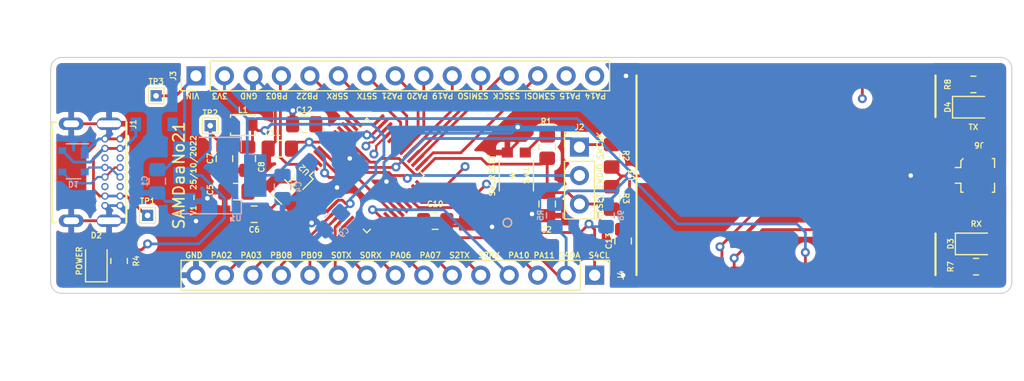
<source format=kicad_pcb>
(kicad_pcb (version 20211014) (generator pcbnew)
  (title_block (title "flexible LoRaWAN Sensor Board ATSAMD21") (date "2022-10-25") (rev "1.0") (company "AP-Hogeschool") (comment 1 "Bavo, Birk, Daan"))
  (layers (0 "F.Cu" signal) (1 "In1.Cu" power "GND") (2 "In2.Cu" power "VDDIN") (31 "B.Cu" signal) (34 "B.Paste" user) (35 "F.Paste" user) (36 "B.SilkS" user "B.Silkscreen") (37 "F.SilkS" user "F.Silkscreen") (38 "B.Mask" user) (39 "F.Mask" user) (44 "Edge.Cuts" user))
  (net 0 "")
  (net 1 "VIN")
  (net 2 "GND")
  (net 3 "RESET")
  (net 4 "VDDIN")
  (net 5 "XIN32")
  (net 6 "XOUT32")
  (net 7 "VDDANA")
  (net 8 "VDDCORE")
  (net 9 "VBUS")
  (net 10 "USB-")
  (net 11 "USB+")
  (net 12 "SWCLK")
  (net 13 "SWDIO")
  (net 14 "PA20")
  (net 15 "PA19")
  (net 16 "PA15")
  (net 17 "PA14")
  (net 18 "PA11")
  (net 19 "PA07")
  (net 20 "PA06")
  (net 21 "PA03")
  (net 22 "PA02")
  (net 23 "PB03")
  (net 24 "PA21")
  (net 25 "PB08")
  (net 26 "PB09")
  (net 27 "SERCOM3_SCK")
  (net 28 "SERCOM3_MOSI")
  (net 29 "SERCOM3_MISO")
  (net 30 "SERCOM4_PAD1_SCL")
  (net 31 "SERCOM4_PAD0_SDA")
  (net 32 "SERCOM5_PAD1_RX")
  (net 33 "SERCOM5_PAD0_TX")
  (net 34 "SERCOM2_PAD2_RX")
  (net 35 "SERCOM2_PAD1_TX")
  (net 36 "SERCOM0_PAD1_RX")
  (net 37 "SERCOM0_PAD0_TX")
  (net 38 "Net-(R1-Pad1)")
  (net 49 "PB22")
  (net 53 "RN2483_RESET")
  (net 54 "868MHz")
  (net 83 "Net-(D2-Pad2)")
  (net 84 "Net-(D3-Pad2)")
  (net 85 "Net-(D4-Pad2)")
  (footprint "Capacitor_SMD:C_0805_2012Metric_Pad1.18x1.45mm_HandSolder" (layer "F.Cu") (at 103.997574 76.339145)
    (fp_text reference "C11")
    (fp_text value "100nF")
  )
  (footprint "Connector_Coaxial:U.FL_Molex_MCRF_73412-0110_Vertical" (layer "F.Cu") (at 166.249311 78.725 -90)
    (fp_text reference "J6")
    (fp_text value "Conn_Coaxial")
  )
  (footprint "KMR7_CNK:KMR7_CNK" (layer "F.Cu") (at 125.095 78.74 90)
    (fp_text reference "SW1")
    (fp_text value "SW_RESET")
  )
  (footprint "Connector_PinHeader_2.54mm:PinHeader_1x15_P2.54mm_Vertical" (layer "F.Cu") (at 132.08 87.63 -90)
    (fp_text reference "J4")
    (fp_text value "Conn_01x15_Male")
  )
  (footprint "LED_SMD:LED_0805_2012Metric_Pad1.15x1.40mm_HandSolder" (layer "F.Cu") (at 165.862 72.644)
    (fp_text reference "D4")
    (fp_text value "LED")
  )
  (footprint "Resistor_SMD:R_0805_2012Metric_Pad1.20x1.40mm_HandSolder" (layer "F.Cu") (at 133.599141 80.736329 -90)
    (fp_text reference "R3")
    (fp_text value "10k")
  )
  (footprint "Capacitor_SMD:C_0805_2012Metric_Pad1.18x1.45mm_HandSolder" (layer "F.Cu") (at 127.8478 81.28 90)
    (fp_text reference "C2")
    (fp_text value "100nF")
  )
  (footprint "RN2483:RN2483" (layer "F.Cu") (at 149.148 78.715 -90)
    (fp_text reference "U3")
    (fp_text value "RN2483" hide)
  )
  (footprint "Resistor_SMD:R_0805_2012Metric_Pad1.20x1.40mm_HandSolder" (layer "F.Cu") (at 127.8478 76.2 -90)
    (fp_text reference "R1")
    (fp_text value "330")
  )
  (footprint "Resistor_SMD:R_0805_2012Metric_Pad1.20x1.40mm_HandSolder" (layer "F.Cu") (at 133.597705 76.979754 90)
    (fp_text reference "R2")
    (fp_text value "1k")
  )
  (footprint "TestPoint:TestPoint_THTPad_1.0x1.0mm_Drill0.5mm" (layer "F.Cu") (at 92.202 82.296 90)
    (fp_text reference "TP1")
    (fp_text value "VBUS")
  )
  (footprint "Inductor_SMD:L_Murata_LQH2MCNxxxx02_2.0x1.6mm" (layer "F.Cu") (at 100.710509 74.251432)
    (fp_text reference "L1")
    (fp_text value "10µH")
  )
  (footprint "Connector_PinHeader_2.54mm:PinHeader_1x15_P2.54mm_Vertical" (layer "F.Cu") (at 96.52 69.85 90)
    (fp_text reference "J3")
    (fp_text value "Conn_01x15_Male")
  )
  (footprint "TestPoint:TestPoint_THTPad_1.0x1.0mm_Drill0.5mm" (layer "F.Cu") (at 92.964 71.628)
    (fp_text reference "TP3")
    (fp_text value "VIN")
  )
  (footprint "Capacitor_SMD:C_0805_2012Metric_Pad1.18x1.45mm_HandSolder" (layer "F.Cu") (at 101.092 77.2375 90)
    (fp_text reference "C8")
    (fp_text value "10µF")
  )
  (footprint "Capacitor_SMD:C_0805_2012Metric_Pad1.18x1.45mm_HandSolder" (layer "F.Cu") (at 99.06 77.2375 90)
    (fp_text reference "C7")
    (fp_text value "10µF")
  )
  (footprint "LED_SMD:LED_0805_2012Metric_Pad1.15x1.40mm_HandSolder" (layer "F.Cu") (at 87.63 86.36 90)
    (fp_text reference "D2")
    (fp_text value "LED")
  )
  (footprint "Capacitor_SMD:C_0805_2012Metric_Pad1.18x1.45mm_HandSolder" (layer "F.Cu") (at 117.856 82.804)
    (fp_text reference "C10")
    (fp_text value "100nF")
  )
  (footprint "TestPoint:TestPoint_THTPad_1.0x1.0mm_Drill0.5mm" (layer "F.Cu") (at 97.79 74.295)
    (fp_text reference "TP2")
    (fp_text value "VDD")
  )
  (footprint "Package_QFP:TQFP-48_7x7mm_P0.5mm" (layer "F.Cu") (at 111.76 78.74 45)
    (fp_text reference "U2")
    (fp_text value "ATSAMD21G18A-A")
  )
  (footprint "Capacitor_SMD:C_0805_2012Metric_Pad1.18x1.45mm_HandSolder" (layer "F.Cu") (at 101.715064 82.190734 180)
    (fp_text reference "C6")
    (fp_text value "18pF")
  )
  (footprint "Capacitor_SMD:C_0805_2012Metric_Pad1.18x1.45mm_HandSolder" (layer "F.Cu") (at 106.172 74.168 180)
    (fp_text reference "C12")
    (fp_text value "1µF")
  )
  (footprint "Connector_PinHeader_2.54mm:PinHeader_1x03_P2.54mm_Vertical" (layer "F.Cu") (at 130.725015 76.2)
    (fp_text reference "J2")
    (fp_text value "DEBUG")
  )
  (footprint "Crystal:Crystal_SMD_3215-2Pin_3.2x1.5mm" (layer "F.Cu") (at 104.297294 80.204547 -45)
    (fp_text reference "Y1")
    (fp_text value "Crystal_Small")
  )
  (footprint "LED_SMD:LED_0805_2012Metric_Pad1.15x1.40mm_HandSolder" (layer "F.Cu") (at 166.116 84.836)
    (fp_text reference "D3")
    (fp_text value "LED")
  )
  (footprint "Capacitor_SMD:C_0805_2012Metric_Pad1.18x1.45mm_HandSolder" (layer "F.Cu") (at 134.62 84.582 90)
    (fp_text reference "C13")
    (fp_text value "1µF")
  )
  (footprint "footprints:GCT_USB4085-GF-A_REVA4" (layer "F.Cu") (at 85.725917 78.446 -90)
    (fp_text reference "J1")
    (fp_text value "USB4085-GF-A_REVA4")
  )
  (footprint "Capacitor_SMD:C_0805_2012Metric_Pad1.18x1.45mm_HandSolder" (layer "F.Cu") (at 100.122239 80.171673 180)
    (fp_text reference locked "C5")
    (fp_text value "18pF")
  )
  (footprint "Resistor_SMD:R_0805_2012Metric_Pad1.20x1.40mm_HandSolder" (layer "F.Cu") (at 89.662 86.36 90)
    (fp_text reference "R4")
    (fp_text value "1kΩ")
  )
  (footprint "Resistor_SMD:R_0805_2012Metric_Pad1.20x1.40mm_HandSolder" (layer "F.Cu") (at 165.862 70.612)
    (fp_text reference "R8")
    (fp_text value "1kΩ")
  )
  (footprint "Resistor_SMD:R_0805_2012Metric_Pad1.20x1.40mm_HandSolder" (layer "F.Cu") (at 166.1 86.868)
    (fp_text reference "R7")
    (fp_text value "1kΩ")
  )
  (footprint "footprints:SOD-123FL" (layer "B.Cu") (at 92.79924 74.175725)
    (fp_text reference "D6")
    (fp_text value "D_Schottky")
  )
  (footprint "Resistor_SMD:R_0805_2012Metric_Pad1.20x1.40mm_HandSolder" (layer "B.Cu") (at 128.524 82.296 -90)
    (fp_text reference "R5")
    (fp_text value "4.7k")
  )
  (footprint "Resistor_SMD:R_0805_2012Metric_Pad1.20x1.40mm_HandSolder" (layer "B.Cu") (at 133.096 82.296 -90)
    (fp_text reference "R6")
    (fp_text value "4.7k")
  )
  (footprint "Capacitor_SMD:C_0805_2012Metric_Pad1.18x1.45mm_HandSolder" (layer "B.Cu") (at 93.066 79.248 -90)
    (fp_text reference "C1")
    (fp_text value "100nF")
  )
  (footprint "Package_TO_SOT_SMD:SOT-143" (layer "B.Cu") (at 85.598 77.47 180)
    (fp_text reference "D1")
    (fp_text value "PRTR5V0U2X")
  )
  (footprint "Capacitor_SMD:C_0805_2012Metric_Pad1.18x1.45mm_HandSolder" (layer "B.Cu") (at 108.712 82.804 45)
    (fp_text reference "C9")
    (fp_text value "100nF")
  )
  (footprint "Package_TO_SOT_SMD:SOT-223-3_TabPin2" (layer "B.Cu") (at 98.654 78.74)
    (fp_text reference "U1")
    (fp_text value "LD1117S33TR_SOT223")
  )
  (footprint "Capacitor_SMD:C_0805_2012Metric_Pad1.18x1.45mm_HandSolder" (layer "B.Cu") (at 104.242 79.756 -90)
    (fp_text reference "C4")
    (fp_text value "10µF")
  )
  (gr_line (start 169.292893 69.207107) (end 169.292578 88.246036) (layer "Edge.Cuts") (width 0.1))
  (gr_line (start 83.55509 88.248307) (end 83.554087 69.207107) (layer "Edge.Cuts") (width 0.1))
  (gr_arc (start 84.55509 89.248307) (mid 83.847983 88.955414) (end 83.55509 88.248307) (layer "Edge.Cuts") (width 0.1))
  (gr_line (start 84.554087 68.207107) (end 168.292893 68.207107) (layer "Edge.Cuts") (width 0.1))
  (gr_arc (start 168.292893 68.207107) (mid 169 68.5) (end 169.292893 69.207107) (layer "Edge.Cuts") (width 0.1))
  (gr_line (start 168.292578 89.246036) (end 84.55509 89.248307) (layer "Edge.Cuts") (width 0.1))
  (gr_arc (start 83.554087 69.207107) (mid 83.84698 68.5) (end 84.554087 68.207107) (layer "Edge.Cuts") (width 0.1))
  (gr_arc (start 169.292578 88.246036) (mid 168.999685 88.953143) (end 168.292578 89.246036) (layer "Edge.Cuts") (width 0.1))
  (gr_text "PA14 PA15 S3MOSI S3SCK S3MISO PA19 PA20 PA21 S5TX  S5RX  PB22  PB03  GND   3V3   VIN" (at 133.154082 71.628 180) (layer "F.SilkS") (effects (font (size 0.5 0.5) (thickness 0.1)) (justify left)))
  (gr_text "SAMDaaNo21" (at 94.996 78.725 90) (layer "F.SilkS") (effects (font (size 1 1))))
  (gr_text "GND  PA02  PA03  PB08  PB09  S0TX  S0RX  PA06  PA07  S2TX  S2RX  PA10 PA11 S4DA  S4CL" (at 95.504 85.852) (layer "F.SilkS") (effects (font (size 0.5 0.5) (thickness 0.1)) (justify left)))
  (gr_text "TX" (at 165.862 74.422) (layer "F.SilkS") (effects (font (size 0.5 0.5) (thickness 0.1))))
  (gr_text "RX" (at 166.116 83.058) (layer "F.SilkS") (effects (font (size 0.5 0.5) (thickness 0.1))))
  (gr_text "RESET SWDIO SWCLK" (at 132.55 78.75 90) (layer "F.SilkS") (effects (font (size 0.5 0.5) (thickness 0.1))))
  (gr_text "V1 - 25/10/2022" (at 96.3 78.725 90) (layer "F.SilkS") (effects (font (size 0.5 0.5) (thickness 0.1))))
  (gr_text "POWER" (at 86.106 86.36 90) (layer "F.SilkS") (effects (font (size 0.5 0.5) (thickness 0.1))))
  (segment (start 96.52 69.85) (end 94.742 71.628) (width 0.25) (layer "F.Cu") (net 1))
  (segment (start 94.742 71.628) (end 92.964 71.628) (width 0.25) (layer "F.Cu") (net 1))
  (segment (start 93.7335 78.2105) (end 95.504 76.44) (width 0.25) (layer "B.Cu") (net 1))
  (segment (start 95.504 75.242185) (end 94.43754 74.175725) (width 0.25) (layer "B.Cu") (net 1))
  (segment (start 95.504 76.44) (end 95.504 75.242185) (width 0.25) (layer "B.Cu") (net 1))
  (segment (start 95.504 70.866) (end 96.52 69.85) (width 0.25) (layer "B.Cu") (net 1))
  (segment (start 93.066 78.2105) (end 93.7335 78.2105) (width 0.25) (layer "B.Cu") (net 1))
  (segment (start 95.504 76.44) (end 95.504 70.866) (width 0.25) (layer "B.Cu") (net 1))
  (segment (start 160.33 78.796) (end 160.274 78.74) (width 0.25) (layer "F.Cu") (net 2))
  (segment (start 105.1345 74.168) (end 105.156 74.1465) (width 0.25) (layer "F.Cu") (net 2))
  (segment (start 103.596956 71.846956) (end 101.6 69.85) (width 0.25) (layer "F.Cu") (net 2))
  (segment (start 105.156 74.1465) (end 105.156 72.9355) (width 0.25) (layer "F.Cu") (net 2))
  (segment (start 162.483 78.796) (end 160.33 78.796) (width 0.25) (layer "F.Cu") (net 2))
  (segment (start 108.286338 81.153002) (end 106.834093 82.605247) (width 0.25) (layer "F.Cu") (net 2))
  (segment (start 113.512152 80.845706) (end 114.526555 81.860109) (width 0.25) (layer "F.Cu") (net 2))
  (segment (start 113.112342 74.205678) (end 112.195041 75.122979) (width 0.25) (layer "F.Cu") (net 2))
  (segment (start 166.274311 80.375917) (end 167.749311 78.900917) (width 0.25) (layer "F.Cu") (net 2))
  (segment (start 126.492 82.169) (end 127.6993 82.169) (width 0.25) (layer "F.Cu") (net 2))
  (segment (start 134.62 85.6195) (end 134.62 87.63) (width 0.25) (layer "F.Cu") (net 2))
  (segment (start 108.286338 81.153002) (end 109.10032 80.33902) (width 0.25) (layer "F.Cu") (net 2))
  (segment (start 88.400917 75.471) (end 89.750917 75.471) (width 0.25) (layer "F.Cu") (net 2))
  (segment (start 167.724311 78.900917) (end 166.249311 77.425917) (width 0.25) (layer "F.Cu") (net 2))
  (segment (start 109.10032 80.33902) (end 109.10032 79.808143) (width 0.25) (layer "F.Cu") (net 2))
  (segment (start 113.512152 79.276413) (end 113.512152 80.845706) (width 0.25) (layer "F.Cu") (net 2))
  (segment (start 134.93 69.906) (end 134.874 69.85) (width 0.25) (layer "F.Cu") (net 2))
  (segment (start 110.236 76.897802) (end 108.993445 75.655247) (width 0.25) (layer "F.Cu") (net 2))
  (segment (start 127.6993 82.169) (end 127.8478 82.3175) (width 0.25) (layer "F.Cu") (net 2))
  (segment (start 167.749311 78.900917) (end 167.724311 78.900917) (width 0.25) (layer "F.Cu") (net 2))
  (segment (start 125.222 74.422) (end 125.222 75.763001) (width 0.25) (layer "F.Cu") (net 2))
  (segment (start 122.8384 83.223) (end 121.363015 83.223) (width 0.25) (layer "F.Cu") (net 2))
  (segment (start 103.596956 75.702263) (end 103.596956 71.846956) (width 0.25) (layer "F.Cu") (net 2))
  (segment (start 85.390917 74.121) (end 85.390917 82.771) (width 0.25) (layer "F.Cu") (net 2))
  (segment (start 118.8935 82.804) (end 119.3125 83.223) (width 0.25) (layer "F.Cu") (net 2))
  (segment (start 88.770917 74.121) (end 85.390917 74.121) (width 0.25) (layer "F.Cu") (net 2))
  (segment (start 137.083 69.906) (end 134.93 69.906) (width 0.25) (layer "F.Cu") (net 2))
  (segment (start 112.195041 75.122979) (end 111.765373 75.122979) (width 0.25) (layer "F.Cu") (net 2))
  (segment (start 166.249311 80.375917) (end 166.274311 80.375917) (width 0.25) (layer "F.Cu") (net 2))
  (segment (start 106.834093 82.605247) (end 106.834093 82.958093) (width 0.25) (layer "F.Cu") (net 2))
  (segment (start 125.222 75.763001) (end 124.294999 76.690002) (width 0.25) (layer "F.Cu") (net 2))
  (segment (start 102.960074 76.339145) (end 103.596956 75.702263) (width 0.25) (layer "F.Cu") (net 2))
  (segment (start 110.236 77.216) (end 110.236 76.897802) (width 0.25) (layer "F.Cu") (net 2))
  (segment (start 108.993445 75.655247) (end 108.993445 75.619891) (width 0.25) (layer "F.Cu") (net 2))
  (segment (start 119.3125 83.223) (end 121.363015 83.223) (width 0.25) (layer "F.Cu") (net 2))
  (segment (start 85.390917 82.771) (end 88.770917 82.771) (width 0.25) (layer "F.Cu") (net 2))
  (segment (start 122.9317 83.3163) (end 122.8384 83.223) (width 0.25) (layer "F.Cu") (net 2))
  (via (at 113.512152 79.276413) (size 0.8) (drill 0.4) (layers "F.Cu" "B.Cu") (net 2))
  (via (at 126.492 82.169) (size 0.8) (drill 0.4) (layers "F.Cu" "B.Cu") (net 2))
  (via (at 97.536 80.772) (size 0.8) (drill 0.4) (layers "F.Cu" "B.Cu") (net 2))
  (via (at 110.236 77.216) (size 0.8) (drill 0.4) (layers "F.Cu" "B.Cu") (net 2))
  (via (at 109.10032 79.808143) (size 0.8) (drill 0.4) (layers "F.Cu" "B.Cu") (net 2))
  (via (at 111.765373 75.122979) (size 0.8) (drill 0.4) (layers "F.Cu" "B.Cu") (net 2))
  (via (at 96.52 82.804) (size 0.8) (drill 0.4) (layers "F.Cu" "B.Cu") (net 2))
  (via (at 134.874 69.85) (size 0.8) (drill 0.4) (layers "F.Cu" "B.Cu") (net 2))
  (via (at 106.834093 82.958093) (size 0.8) (drill 0.4) (layers "F.Cu" "B.Cu") (net 2))
  (via (at 105.156 72.9355) (size 0.8) (drill 0.4) (layers "F.Cu" "B.Cu") (net 2))
  (via (at 122.9317 83.3163) (size 0.8) (drill 0.4) (layers "F.Cu" "B.Cu") (net 2))
  (via (at 160.274 78.74) (size 0.8) (drill 0.4) (layers "F.Cu" "B.Cu") (net 2))
  (via (at 134.62 87.63) (size 0.8) (drill 0.4) (layers "F.Cu" "B.Cu") (net 2))
  (via (at 125.222 74.422) (size 0.8) (drill 0.4) (layers "F.Cu" "B.Cu") (net 2))
  (segment (start 125.222 74.422) (end 124.6765 74.9675) (width 0.25) (layer "B.Cu") (net 2))
  (segment (start 124.079 82.169) (end 122.9317 83.3163) (width 0.25) (layer "B.Cu") (net 2))
  (segment (start 113.284 77.587517) (end 113.284 79.048261) (width 0.25) (layer "B.Cu") (net 2))
  (segment (start 111.765373 75.122979) (end 111.313021 75.122979) (width 0.25) (layer "B.Cu") (net 2))
  (segment (start 111.313021 75.122979) (end 110.236 76.2) (width 0.25) (layer "B.Cu") (net 2))
  (segment (start 95.504 81.04) (end 95.504 81.788) (width 0.25) (layer "B.Cu") (net 2))
  (segment (start 109.10032 79.808143) (end 109.10032 78.35168) (width 0.25) (layer "B.Cu") (net 2))
  (segment (start 105.156 72.9355) (end 104.6855 72.9355) (width 0.25) (layer "B.Cu") (net 2))
  (segment (start 110.236 76.2) (end 110.236 77.216) (width 0.25) (layer "B.Cu") (net 2))
  (segment (start 124.6765 74.9675) (end 115.904017 74.9675) (width 0.25) (layer "B.Cu") (net 2))
  (segment (start 88.400917 81.421) (end 89.750917 81.421) (width 0.25) (layer "B.Cu") (net 2))
  (segment (start 87.847 75.471) (end 86.598 76.72) (width 0.25) (layer "B.Cu") (net 2))
  (segment (start 109.10032 78.35168) (end 110.236 77.216) (width 0.25) (layer "B.Cu") (net 2))
  (segment (start 115.904017 74.9675) (end 113.284 77.587517) (width 0.25) (layer "B.Cu") (net 2))
  (segment (start 107.398847 82.958093) (end 107.978377 83.537623) (width 0.25) (layer "B.Cu") (net 2))
  (segment (start 93.066 80.2855) (end 93.8205 81.04) (width 0.25) (layer "B.Cu") (net 2))
  (segment (start 126.492 82.169) (end 124.079 82.169) (width 0.25) (layer "B.Cu") (net 2))
  (segment (start 106.834093 82.958093) (end 107.398847 82.958093) (width 0.25) (layer "B.Cu") (net 2))
  (segment (start 104.6855 72.9355) (end 101.6 69.85) (width 0.25) (layer "B.Cu") (net 2))
  (segment (start 93.8205 81.04) (end 95.504 81.04) (width 0.25) (layer "B.Cu") (net 2))
  (segment (start 95.504 81.788) (end 96.52 82.804) (width 0.25) (layer "B.Cu") (net 2))
  (segment (start 88.400917 75.471) (end 87.847 75.471) (width 0.25) (layer "B.Cu") (net 2))
  (segment (start 113.284 79.048261) (end 113.512152 79.276413) (width 0.25) (layer "B.Cu") (net 2))
  (segment (start 112.045275 77.54636) (end 110.268489 75.769574) (width 0.25) (layer "F.Cu") (net 3))
  (segment (start 117.84534 77.2155) (end 116.398137 78.662703) (width 0.25) (layer "F.Cu") (net 3))
  (segment (start 110.268489 75.480723) (end 109.700551 74.912785) (width 0.25) (layer "F.Cu") (net 3))
  (segment (start 130.725015 81.28) (end 129.709015 80.264) (width 0.25) (layer "F.Cu") (net 3))
  (segment (start 110.268489 75.769574) (end 110.268489 75.480723) (width 0.25) (layer "F.Cu") (net 3))
  (segment (start 116.066765 78.662703) (end 114.620062 77.216) (width 0.25) (layer "F.Cu") (net 3))
  (segment (start 127.3238 77.724) (end 122.474805 77.724) (width 0.25) (layer "F.Cu") (net 3))
  (segment (start 114.620062 77.216) (end 113.019121 77.216) (width 0.25) (layer "F.Cu") (net 3))
  (segment (start 127.8478 80.2425) (end 127.8478 77.2) (width 0.25) (layer "F.Cu") (net 3))
  (segment (start 122.474805 77.724) (end 121.966305 77.2155) (width 0.25) (layer "F.Cu") (net 3))
  (segment (start 127.8693 80.264) (end 127.8478 80.2425) (width 0.25) (layer "F.Cu") (net 3))
  (segment (start 127.8478 77.2) (end 127.3238 77.724) (width 0.25) (layer "F.Cu") (net 3))
  (segment (start 129.709015 80.264) (end 127.8693 80.264) (width 0.25) (layer "F.Cu") (net 3))
  (segment (start 121.966305 77.2155) (end 117.84534 77.2155) (width 0.25) (layer "F.Cu") (net 3))
  (segment (start 112.688761 77.54636) (end 112.045275 77.54636) (width 0.25) (layer "F.Cu") (net 3))
  (segment (start 132.654483 81.28) (end 130.725015 81.28) (width 0.25) (layer "F.Cu") (net 3))
  (segment (start 113.019121 77.216) (end 112.688761 77.54636) (width 0.25) (layer "F.Cu") (net 3))
  (segment (start 133.110812 81.736329) (end 132.654483 81.28) (width 0.25) (layer "F.Cu") (net 3))
  (segment (start 116.398137 78.662703) (end 116.066765 78.662703) (width 0.25) (layer "F.Cu") (net 3))
  (segment (start 105.035074 76.339145) (end 105.615159 75.75906) (width 0.25) (layer "F.Cu") (net 4))
  (segment (start 153.593 70.918) (end 153.593 69.906) (width 0.25) (layer "F.Cu") (net 4))
  (segment (start 110.910194 78.9155) (end 113.787347 81.792653) (width 0.25) (layer "F.Cu") (net 4))
  (segment (start 97.79 74.93) (end 99.06 76.2) (width 0.25) (layer "F.Cu") (net 4))
  (segment (start 134.566805 78.773524) (end 133.604 79.736329) (width 0.25) (layer "F.Cu") (net 4))
  (segment (start 107.7184 75.75906) (end 106.61294 75.75906) (width 0.25) (layer "F.Cu") (net 4))
  (segment (start 108.286338 76.326998) (end 107.7184 75.75906) (width 0.25) (layer "F.Cu") (net 4))
  (segment (start 145.737476 78.773524) (end 153.593 70.918) (width 0.25) (layer "F.Cu") (net 4))
  (segment (start 108.400674 78.9155) (end 110.910194 78.9155) (width 0.25) (layer "F.Cu") (net 4))
  (segment (start 134.62 83.82) (end 135.189916 83.250084) (width 0.25) (layer "F.Cu") (net 4))
  (segment (start 135.189916 83.250084) (end 135.189916 78.773524) (width 0.25) (layer "F.Cu") (net 4))
  (segment (start 99.06 75.051941) (end 99.860509 74.251432) (width 0.25) (layer "F.Cu") (net 4))
  (segment (start 107.99442 78.509246) (end 108.400674 78.9155) (width 0.25) (layer "F.Cu") (net 4))
  (segment (start 135.189916 78.773524) (end 134.391475 78.773524) (width 0.25) (layer "F.Cu") (net 4))
  (segment (start 114.76334 82.804) (end 116.8185 82.804) (width 0.25) (layer "F.Cu") (net 4))
  (segment (start 91.678 85.36) (end 92.202 84.836) (width 0.25) (layer "F.Cu") (net 4))
  (segment (start 134.391475 78.773524) (end 133.597705 77.979754) (width 0.25) (layer "F.Cu") (net 4))
  (segment (start 135.189916 78.773524) (end 134.566805 78.773524) (width 0.25) (layer "F.Cu") (net 4))
  (segment (start 150.876 87.448) (end 151.053 87.625) (width 0.25) (layer "F.Cu") (net 4))
  (segment (start 150.876 85.598) (end 150.876 87.448) (width 0.25) (layer "F.Cu") (net 4))
  (segment (start 89.662 85.36) (end 91.678 85.36) (width 0.25) (layer "F.Cu") (net 4))
  (segment (start 97.79 74.295) (end 97.79 74.93) (width 0.25) (layer "F.Cu") (net 4))
  (segment (start 114.173002 82.213662) (end 114.76334 82.804) (width 0.25) (layer "F.Cu") (net 4))
  (segment (start 135.189916 78.773524) (end 145.737476 78.773524) (width 0.25) (layer "F.Cu") (net 4))
  (segment (start 99.06 76.2) (end 99.06 75.051941) (width 0.25) (layer "F.Cu") (net 4))
  (segment (start 105.615159 75.75906) (end 106.61294 75.75906) (width 0.25) (layer "F.Cu") (net 4))
  (via (at 106.61294 75.75906) (size 0.8) (drill 0.4) (layers "F.Cu" "B.Cu") (net 4))
  (via (at 135.189916 78.773524) (size 0.8) (drill 0.4) (layers "F.Cu" "B.Cu") (net 4))
  (via (at 107.99442 78.509246) (size 0.8) (drill 0.4) (layers "F.Cu" "B.Cu") (net 4))
  (via (at 92.202 84.836) (size 0.8) (drill 0.4) (layers "F.Cu" "B.Cu") (net 4))
  (via (at 150.876 85.598) (size 0.8) (drill 0.4) (layers "F.Cu" "B.Cu") (net 4))
  (segment (start 107.99442 77.14054) (end 106.61294 75.75906) (width 0.25) (layer "B.Cu") (net 4))
  (segment (start 99.06 71.628) (end 99.06 69.85) (width 0.25) (layer "B.Cu") (net 4))
  (segment (start 134.112 79.85144) (end 135.189916 78.773524) (width 0.25) (layer "B.Cu") (net 4))
  (segment (start 99.06 82.55) (end 96.774 84.836) (width 0.25) (layer "B.Cu") (net 4))
  (segment (start 101.092 73.66) (end 99.06 71.628) (width 0.25) (layer "B.Cu") (net 4))
  (segment (start 130.535015 73.66) (end 101.092 73.66) (width 0.25) (layer "B.Cu") (net 4))
  (segment (start 150.114 83.058) (end 150.876 83.82) (width 0.25) (layer "B.Cu") (net 4))
  (segment (start 97.028 78.74) (end 99.06 80.772) (width 0.25) (layer "B.Cu") (net 4))
  (segment (start 139.474392 83.058) (end 150.114 83.058) (width 0.25) (layer "B.Cu") (net 4))
  (segment (start 128.524 81.296) (end 129.715 80.105) (width 0.25) (layer "B.Cu") (net 4))
  (segment (start 101.092 78.028) (end 101.092 73.66) (width 0.25) (layer "B.Cu") (net 4))
  (segment (start 96.774 84.836) (end 92.202 84.836) (width 0.25) (layer "B.Cu") (net 4))
  (segment (start 95.504 78.74) (end 97.028 78.74) (width 0.25) (layer "B.Cu") (net 4))
  (segment (start 104.242 78.7185) (end 101.8255 78.7185) (width 0.25) (layer "B.Cu") (net 4))
  (segment (start 135.189916 78.773524) (end 135.189916 78.314901) (width 0.25) (layer "B.Cu") (net 4))
  (segment (start 135.189916 78.314901) (end 130.535015 73.66) (width 0.25) (layer "B.Cu") (net 4))
  (segment (start 150.876 83.82) (end 150.876 85.598) (width 0.25) (layer "B.Cu") (net 4))
  (segment (start 135.189916 78.773524) (end 139.474392 83.058) (width 0.25) (layer "B.Cu") (net 4))
  (segment (start 134.112 80.105) (end 134.112 80.28) (width 0.25) (layer "B.Cu") (net 4))
  (segment (start 134.112 80.28) (end 134.112 79.85144) (width 0.25) (layer "B.Cu") (net 4))
  (segment (start 133.445 80.947) (end 134.112 80.28) (width 0.25) (layer "B.Cu") (net 4))
  (segment (start 133.096 81.296) (end 132.747 80.947) (width 0.25) (layer "B.Cu") (net 4))
  (segment (start 107.99442 78.509246) (end 107.99442 77.14054) (width 0.25) (layer "B.Cu") (net 4))
  (segment (start 106.61294 75.75906) (end 104.242 78.13) (width 0.25) (layer "B.Cu") (net 4))
  (segment (start 134.112 80.28) (end 133.096 81.296) (width 0.25) (layer "B.Cu") (net 4))
  (segment (start 97.79 74.295) (end 97.79 76.454) (width 0.25) (layer "B.Cu") (net 4))
  (segment (start 101.8255 78.7185) (end 101.804 78.74) (width 0.25) (layer "B.Cu") (net 4))
  (segment (start 99.06 80.772) (end 99.06 82.55) (width 0.25) (layer "B.Cu") (net 4))
  (segment (start 104.242 78.13) (end 104.242 78.7185) (width 0.25) (layer "B.Cu") (net 4))
  (segment (start 132.747 80.947) (end 133.445 80.947) (width 0.25) (layer "B.Cu") (net 4))
  (segment (start 101.804 78.74) (end 101.092 78.028) (width 0.25) (layer "B.Cu") (net 4))
  (segment (start 129.715 80.105) (end 134.112 80.105) (width 0.25) (layer "B.Cu") (net 4))
  (segment (start 97.79 76.454) (end 95.504 78.74) (width 0.25) (layer "B.Cu") (net 4))
  (segment (start 103.413411 79.320664) (end 102.562402 80.171673) (width 0.25) (layer "F.Cu") (net 5))
  (segment (start 106.872124 79.738788) (end 106.454 79.320664) (width 0.25) (layer "F.Cu") (net 5))
  (segment (start 102.562402 80.171673) (end 101.159739 80.171673) (width 0.25) (layer "F.Cu") (net 5))
  (segment (start 106.454 79.320664) (end 103.413411 79.320664) (width 0.25) (layer "F.Cu") (net 5))
  (segment (start 105.181177 81.08843) (end 103.82357 81.08843) (width 0.25) (layer "F.Cu") (net 6))
  (segment (start 106.22959 81.08843) (end 105.181177 81.08843) (width 0.25) (layer "F.Cu") (net 6))
  (segment (start 103.82357 81.08843) (end 102.752564 82.159436) (width 0.25) (layer "F.Cu") (net 6))
  (segment (start 107.225678 80.092342) (end 106.22959 81.08843) (width 0.25) (layer "F.Cu") (net 6))
  (segment (start 102.752564 82.159436) (end 102.752564 82.190734) (width 0.25) (layer "F.Cu") (net 6))
  (segment (start 102.671299 74.731299) (end 102.040376 74.731299) (width 0.25) (layer "F.Cu") (net 7))
  (segment (start 102.040376 74.731299) (end 101.560509 74.251432) (width 0.25) (layer "F.Cu") (net 7))
  (segment (start 109.574556 80.938618) (end 109.207828 80.938618) (width 0.25) (layer "F.Cu") (net 7))
  (segment (start 101.560509 74.251432) (end 101.560509 75.731491) (width 0.25) (layer "F.Cu") (net 7))
  (segment (start 110.27007 81.24593) (end 109.881868 81.24593) (width 0.25) (layer "F.Cu") (net 7))
  (segment (start 109.881868 81.24593) (end 109.574556 80.938618) (width 0.25) (layer "F.Cu") (net 7))
  (segment (start 109.207828 80.938618) (end 108.639891 81.506555) (width 0.25) (layer "F.Cu") (net 7))
  (segment (start 101.560509 75.731491) (end 101.092 76.2) (width 0.25) (layer "F.Cu") (net 7))
  (via (at 110.27007 81.24593) (size 0.8) (drill 0.4) (layers "F.Cu" "B.Cu") (net 7))
  (via (at 102.671299 74.731299) (size 0.8) (drill 0.4) (layers "F.Cu" "B.Cu") (net 7))
  (segment (start 110.27007 81.24593) (end 110.27007 80.857215) (width 0.25) (layer "B.Cu") (net 7))
  (segment (start 113.284 75.184) (end 112.268 74.168) (width 0.25) (layer "B.Cu") (net 7))
  (segment (start 112.559 77.676121) (end 113.284 76.951121) (width 0.25) (layer "B.Cu") (net 7))
  (segment (start 113.284 76.951121) (end 113.284 75.184) (width 0.25) (layer "B.Cu") (net 7))
  (segment (start 103.234598 74.168) (end 102.671299 74.731299) (width 0.25) (layer "B.Cu") (net 7))
  (segment (start 112.559 78.568285) (end 112.559 77.676121) (width 0.25) (layer "B.Cu") (net 7))
  (segment (start 112.268 74.168) (end 103.234598 74.168) (width 0.25) (layer "B.Cu") (net 7))
  (segment (start 110.27007 81.24593) (end 109.445623 82.070377) (width 0.25) (layer "B.Cu") (net 7))
  (segment (start 110.27007 80.857215) (end 112.559 78.568285) (width 0.25) (layer "B.Cu") (net 7))
  (segment (start 107.2095 74.543054) (end 107.2095 74.168) (width 0.25) (layer "F.Cu") (net 8))
  (segment (start 108.639891 75.973445) (end 107.2095 74.543054) (width 0.25) (layer "F.Cu") (net 8))
  (segment (start 90.340424 80.571) (end 92.065424 82.296) (width 0.25) (layer "F.Cu") (net 9))
  (segment (start 92.065424 82.296) (end 92.202 82.296) (width 0.25) (layer "F.Cu") (net 9))
  (segment (start 88.400917 76.321) (end 88.271 76.321) (width 0.25) (layer "F.Cu") (net 9))
  (segment (start 88.400917 76.321) (end 89.750917 76.321) (width 0.25) (layer "F.Cu") (net 9))
  (segment (start 87.376 80.01) (end 87.376 77.216) (width 0.25) (layer "F.Cu") (net 9))
  (segment (start 88.400917 80.571) (end 87.937 80.571) (width 0.25) (layer "F.Cu") (net 9))
  (segment (start 88.271 76.321) (end 87.376 77.216) (width 0.25) (layer "F.Cu") (net 9))
  (segment (start 89.750917 80.571) (end 90.340424 80.571) (width 0.25) (layer "F.Cu") (net 9))
  (segment (start 87.937 80.571) (end 87.376 80.01) (width 0.25) (layer "F.Cu") (net 9))
  (segment (start 91.16094 75.20906) (end 90.049 76.321) (width 0.25) (layer "B.Cu") (net 9))
  (segment (start 87.107678 77.545) (end 88.331678 76.321) (width 0.25) (layer "B.Cu") (net 9))
  (segment (start 91.16094 74.175725) (end 91.16094 75.20906) (width 0.25) (layer "B.Cu") (net 9))
  (segment (start 84.598 76.52) (end 85.623 77.545) (width 0.25) (layer "B.Cu") (net 9))
  (segment (start 90.049 76.321) (end 89.750917 76.321) (width 0.25) (layer "B.Cu") (net 9))
  (segment (start 88.331678 76.321) (end 88.400917 76.321) (width 0.25) (layer "B.Cu") (net 9))
  (segment (start 88.400917 80.571) (end 89.750917 80.571) (width 0.25) (layer "B.Cu") (net 9))
  (segment (start 85.623 77.545) (end 87.107678 77.545) (width 0.25) (layer "B.Cu") (net 9))
  (segment (start 113.819449 74.912785) (end 113.784094 74.912785) (width 0.2) (layer "F.Cu") (net 10))
  (segment (start 112.596777 76.100103) (end 112.596777 76.613039) (width 0.2) (layer "F.Cu") (net 10))
  (segment (start 112.596777 76.613039) (end 112.388456 76.82136) (width 0.2) (layer "F.Cu") (net 10))
  (segment (start 113.784094 74.912785) (end 112.596777 76.100103) (width 0.2) (layer "F.Cu") (net 10))
  (via (at 112.388456 76.82136) (size 0.8) (drill 0.4) (layers "F.Cu" "B.Cu") (net 10))
  (segment (start 88.400917 78.021) (end 88.860536 78.021) (width 0.2) (layer "B.Cu") (net 10))
  (segment (start 89.710536 78.871) (end 89.750917 78.871) (width 0.2) (layer "B.Cu") (net 10))
  (segment (start 86.598 78.42) (end 86.997 78.021) (width 0.2) (layer "B.Cu") (net 10))
  (segment (start 86.997 78.021) (end 88.400917 78.021) (width 0.2) (layer "B.Cu") (net 10))
  (segment (start 88.860536 78.021) (end 89.710536 78.871) (width 0.2) (layer "B.Cu") (net 10))
  (segment (start 112.278577 75.781903) (end 113.465895 74.594586) (width 0.2) (layer "F.Cu") (net 11))
  (segment (start 111.6777 76.118629) (end 112.014426 75.781903) (width 0.2) (layer "F.Cu") (net 11))
  (segment (start 113.465895 74.594586) (end 113.465895 74.559231) (width 0.2) (layer "F.Cu") (net 11))
  (segment (start 88.434801 78.871) (end 89.284801 78.021) (width 0.2) (layer "F.Cu") (net 11))
  (segment (start 112.014426 75.781903) (end 112.278577 75.781903) (width 0.2) (layer "F.Cu") (net 11))
  (segment (start 88.400917 78.871) (end 88.434801 78.871) (width 0.2) (layer "F.Cu") (net 11))
  (segment (start 89.284801 78.021) (end 89.750917 78.021) (width 0.2) (layer "F.Cu") (net 11))
  (via (at 111.6777 76.118629) (size 0.8) (drill 0.4) (layers "F.Cu" "B.Cu") (net 11))
  (segment (start 84.598 78.42) (end 85.606016 79.428016) (width 0.2) (layer "B.Cu") (net 11))
  (segment (start 87.195984 79.428016) (end 87.753 78.871) (width 0.2) (layer "B.Cu") (net 11))
  (segment (start 87.753 78.871) (end 88.400917 78.871) (width 0.2) (layer "B.Cu") (net 11))
  (segment (start 85.606016 79.428016) (end 87.195984 79.428016) (width 0.2) (layer "B.Cu") (net 11))
  (segment (start 109.267734 78.0155) (end 107.932785 76.680551) (width 0.25) (layer "F.Cu") (net 12))
  (segment (start 114.357515 77.978052) (end 114.320067 78.0155) (width 0.25) (layer "F.Cu") (net 12))
  (segment (start 114.320067 78.0155) (end 109.267734 78.0155) (width 0.25) (layer "F.Cu") (net 12))
  (segment (start 130.945261 75.979754) (end 130.725015 76.2) (width 0.25) (layer "F.Cu") (net 12))
  (segment (start 133.109376 75.979754) (end 130.945261 75.979754) (width 0.25) (layer "F.Cu") (net 12))
  (via (at 114.357515 77.978052) (size 0.8) (drill 0.4) (layers "F.Cu" "B.Cu") (net 12))
  (segment (start 129.963015 75.438) (end 130.725015 76.2) (width 0.25) (layer "B.Cu") (net 12))
  (segment (start 116.897567 75.438) (end 129.963015 75.438) (width 0.25) (layer "B.Cu") (net 12))
  (segment (start 114.357515 77.978052) (end 116.897567 75.438) (width 0.25) (layer "B.Cu") (net 12))
  (segment (start 113.724695 78.4655) (end 108.975272 78.4655) (width 0.25) (layer "F.Cu") (net 13))
  (segment (start 113.999695 78.7405) (end 113.724695 78.4655) (width 0.25) (layer "F.Cu") (net 13))
  (segment (start 108.975272 78.4655) (end 107.710886 77.201114) (width 0.25) (layer "F.Cu") (net 13))
  (segment (start 115.119964 78.7405) (end 113.999695 78.7405) (width 0.25) (layer "F.Cu") (net 13))
  (segment (start 115.368705 78.989241) (end 115.119964 78.7405) (width 0.25) (layer "F.Cu") (net 13))
  (via (at 115.368705 78.989241) (size 0.8) (drill 0.4) (layers "F.Cu" "B.Cu") (net 13))
  (segment (start 115.617946 78.74) (end 130.725015 78.74) (width 0.25) (layer "B.Cu") (net 13))
  (segment (start 115.368705 78.989241) (end 115.617946 78.74) (width 0.25) (layer "B.Cu") (net 13))
  (segment (start 116.84 74.72066) (end 115.233662 76.326998) (width 0.25) (layer "F.Cu") (net 14))
  (segment (start 116.84 69.85) (end 116.84 74.72066) (width 0.25) (layer "F.Cu") (net 14))
  (segment (start 119.38 69.85) (end 119.38 72.887766) (width 0.25) (layer "F.Cu") (net 15))
  (segment (start 119.38 72.887766) (end 115.587215 76.680551) (width 0.25) (layer "F.Cu") (net 15))
  (segment (start 118.724712 79.738788) (end 116.647876 79.738788) (width 0.25) (layer "F.Cu") (net 16))
  (segment (start 120.523 77.9405) (end 118.724712 79.738788) (width 0.25) (layer "F.Cu") (net 16))
  (via (at 120.523 77.9405) (size 0.8) (drill 0.4) (layers "F.Cu" "B.Cu") (net 16))
  (segment (start 116.897614 80.695634) (end 116.294322 80.092342) (width 0.25) (layer "F.Cu") (net 17))
  (segment (start 121.234366 80.695634) (end 116.897614 80.695634) (width 0.25) (layer "F.Cu") (net 17))
  (segment (start 122.428 79.502) (end 121.234366 80.695634) (width 0.25) (layer "F.Cu") (net 17))
  (via (at 122.428 79.502) (size 0.8) (drill 0.4) (layers "F.Cu" "B.Cu") (net 17))
  (segment (start 113.819449 82.567215) (end 114.506234 83.254) (width 0.25) (layer "F.Cu") (net 18))
  (segment (start 114.506234 83.254) (end 115.301 83.254) (width 0.25) (layer "F.Cu") (net 18))
  (segment (start 115.301 83.254) (end 116.332 84.285) (width 0.25) (layer "F.Cu") (net 18))
  (segment (start 116.332 84.285) (end 123.655 84.285) (width 0.25) (layer "F.Cu") (net 18))
  (segment (start 123.655 84.285) (end 127 87.63) (width 0.25) (layer "F.Cu") (net 18))
  (segment (start 114.046 84.836) (end 116.84 87.63) (width 0.25) (layer "F.Cu") (net 19))
  (segment (start 113.284 84.836) (end 114.046 84.836) (width 0.25) (layer "F.Cu") (net 19))
  (segment (start 110.761212 83.627876) (end 112.075876 83.627876) (width 0.25) (layer "F.Cu") (net 19))
  (segment (start 112.075876 83.627876) (end 113.284 84.836) (width 0.25) (layer "F.Cu") (net 19))
  (segment (start 110.407658 83.274322) (end 109.839721 83.842259) (width 0.25) (layer "F.Cu") (net 20))
  (segment (start 110.466734 84.836) (end 111.506 84.836) (width 0.25) (layer "F.Cu") (net 20))
  (segment (start 109.839721 83.842259) (end 109.839721 84.208987) (width 0.25) (layer "F.Cu") (net 20))
  (segment (start 109.839721 84.208987) (end 110.466734 84.836) (width 0.25) (layer "F.Cu") (net 20))
  (segment (start 111.506 84.836) (end 114.3 87.63) (width 0.25) (layer "F.Cu") (net 20))
  (segment (start 101.6 87.167588) (end 107.487588 81.28) (width 0.25) (layer "F.Cu") (net 21))
  (segment (start 101.6 87.63) (end 101.6 87.167588) (width 0.25) (layer "F.Cu") (net 21))
  (segment (start 104.784392 83.240734) (end 107.579231 80.445895) (width 0.25) (layer "F.Cu") (net 22))
  (segment (start 103.449266 83.240734) (end 104.784392 83.240734) (width 0.25) (layer "F.Cu") (net 22))
  (segment (start 99.06 87.63) (end 103.449266 83.240734) (width 0.25) (layer "F.Cu") (net 22))
  (segment (start 104.665212 77.741212) (end 106.872124 77.741212) (width 0.25) (layer "F.Cu") (net 23))
  (segment (start 104.046956 77.122956) (end 104.665212 77.741212) (width 0.25) (layer "F.Cu") (net 23))
  (segment (start 104.046956 69.943044) (end 104.046956 77.122956) (width 0.25) (layer "F.Cu") (net 23))
  (segment (start 104.14 69.85) (end 104.046956 69.943044) (width 0.25) (layer "F.Cu") (net 23))
  (segment (start 116.332 71.882) (end 116.332 74.521554) (width 0.25) (layer "F.Cu") (net 24))
  (segment (start 114.3 69.85) (end 116.332 71.882) (width 0.25) (layer "F.Cu") (net 24))
  (segment (start 116.332 74.521554) (end 114.880109 75.973445) (width 0.25) (layer "F.Cu") (net 24))
  (segment (start 108.993445 81.860109) (end 104.14 86.713554) (width 0.25) (layer "F.Cu") (net 25))
  (segment (start 104.14 86.713554) (end 104.14 87.63) (width 0.25) (layer "F.Cu") (net 25))
  (segment (start 109.346998 82.213662) (end 106.68 84.88066) (width 0.25) (layer "F.Cu") (net 26))
  (segment (start 106.68 84.88066) (end 106.68 87.63) (width 0.25) (layer "F.Cu") (net 26))
  (segment (start 124.46 69.85) (end 123.796624 69.85) (width 0.25) (layer "F.Cu") (net 27))
  (segment (start 123.796624 69.85) (end 116.294322 77.352302) (width 0.25) (layer "F.Cu") (net 27))
  (segment (start 116.294322 77.352302) (end 116.294322 77.387658) (width 0.25) (layer "F.Cu") (net 27))
  (segment (start 117.681088 76.708) (end 120.142 76.708) (width 0.25) (layer "F.Cu") (net 28))
  (segment (start 120.142 76.708) (end 127 69.85) (width 0.25) (layer "F.Cu") (net 28))
  (segment (start 116.647876 77.741212) (end 117.681088 76.708) (width 0.25) (layer "F.Cu") (net 28))
  (segment (start 121.92 71.090228) (end 116.317114 76.693114) (width 0.25) (layer "F.Cu") (net 29))
  (segment (start 121.92 69.85) (end 121.92 71.090228) (width 0.25) (layer "F.Cu") (net 29))
  (segment (start 125.604396 83.82) (end 130.81 83.82) (width 0.25) (layer "F.Cu") (net 30))
  (segment (start 131.572 83.058) (end 132.08 83.566) (width 0.25) (layer "F.Cu") (net 30))
  (segment (start 132.08 83.566) (end 132.08 87.63) (width 0.25) (layer "F.Cu") (net 30))
  (segment (start 122.93003 81.145634) (end 125.604396 83.82) (width 0.25) (layer "F.Cu") (net 30))
  (segment (start 115.940769 80.445895) (end 116.640508 81.145634) (width 0.25) (layer "F.Cu") (net 30))
  (segment (start 116.640508 81.145634) (end 122.93003 81.145634) (width 0.25) (layer "F.Cu") (net 30))
  (segment (start 130.81 83.82) (end 131.572 83.058) (width 0.25) (layer "F.Cu") (net 30))
  (via (at 131.572 83.058) (size 0.8) (drill 0.4) (layers "F.Cu" "B.Cu") (net 30))
  (segment (start 131.81 83.296) (end 131.572 83.058) (width 0.25) (layer "B.Cu") (net 30))
  (segment (start 133.096 83.296) (end 131.81 83.296) (width 0.25) (layer "B.Cu") (net 30))
  (segment (start 116.3834 81.595634) (end 122.743634 81.595634) (width 0.25) (layer "F.Cu") (net 31))
  (segment (start 122.743634 81.595634) (end 128.778 87.63) (width 0.25) (layer "F.Cu") (net 31))
  (segment (start 115.587215 80.799449) (end 116.3834 81.595634) (width 0.25) (layer "F.Cu") (net 31))
  (segment (start 128.778 87.63) (end 129.54 87.63) (width 0.25) (layer "F.Cu") (net 31))
  (segment (start 129.54 84.312) (end 129.54 87.63) (width 0.25) (layer "B.Cu") (net 31))
  (segment (start 128.524 83.296) (end 129.54 84.312) (width 0.25) (layer "B.Cu") (net 31))
  (segment (start 114.776294 73.997661) (end 114.776294 74.663046) (width 0.25) (layer "F.Cu") (net 32))
  (segment (start 114.776294 74.663046) (end 114.173002 75.266338) (width 0.25) (layer "F.Cu") (net 32))
  (segment (start 109.22 69.85) (end 112.300633 72.930633) (width 0.25) (layer "F.Cu") (net 32))
  (segment (start 112.300633 72.930633) (end 113.709266 72.930633) (width 0.25) (layer "F.Cu") (net 32))
  (segment (start 113.709266 72.930633) (end 114.776294 73.997661) (width 0.25) (layer "F.Cu") (net 32))
  (segment (start 115.316 74.830446) (end 114.526555 75.619891) (width 0.25) (layer "F.Cu") (net 33))
  (segment (start 111.76 69.85) (end 115.316 73.406) (width 0.25) (layer "F.Cu") (net 33))
  (segment (start 115.316 73.406) (end 115.316 74.830446) (width 0.25) (layer "F.Cu") (net 33))
  (segment (start 119.025 84.735) (end 121.92 87.63) (width 0.25) (layer "F.Cu") (net 34))
  (segment (start 147.066 81.28) (end 143.256 85.09) (width 0.25) (layer "F.Cu") (net 34))
  (segment (start 115.851396 84.735) (end 119.025 84.735) (width 0.25) (layer "F.Cu") (net 34))
  (segment (start 113.112342 83.274322) (end 113.77402 83.936) (width 0.25) (layer "F.Cu") (net 34))
  (segment (start 152.4 81.28) (end 147.066 81.28) (width 0.25) (layer "F.Cu") (net 34))
  (segment (start 164.862 70.612) (end 163.068 70.612) (width 0.25) (layer "F.Cu") (net 34))
  (segment (start 115.052396 83.936) (end 115.851396 84.735) (width 0.25) (layer "F.Cu") (net 34))
  (segment (start 143.256 85.09) (end 143.433 85.267) (width 0.25) (layer "F.Cu") (net 34))
  (segment (start 113.77402 83.936) (end 115.052396 83.936) (width 0.25) (layer "F.Cu") (net 34))
  (segment (start 143.433 85.267) (end 143.433 87.625) (width 0.25) (layer "F.Cu") (net 34))
  (segment (start 163.068 70.612) (end 152.4 81.28) (width 0.25) (layer "F.Cu") (net 34))
  (via (at 143.256 85.09) (size 0.8) (drill 0.4) (layers "F.Cu" "B.Cu") (net 34))
  (segment (start 113.516912 84.386) (end 114.866 84.386) (width 0.25) (layer "F.Cu") (net 35))
  (segment (start 147.066 83.566) (end 144.526 86.106) (width 0.25) (layer "F.Cu") (net 35))
  (segment (start 112.758788 83.627876) (end 113.516912 84.386) (width 0.25) (layer "F.Cu") (net 35))
  (segment (start 114.866 84.386) (end 115.665 85.185) (width 0.25) (layer "F.Cu") (net 35))
  (segment (start 115.665 85.185) (end 116.935 85.185) (width 0.25) (layer "F.Cu") (net 35))
  (segment (start 144.526 87.448) (end 144.703 87.625) (width 0.25) (layer "F.Cu") (net 35))
  (segment (start 116.935 85.185) (end 119.38 87.63) (width 0.25) (layer "F.Cu") (net 35))
  (segment (start 163.83 86.868) (end 160.528 83.566) (width 0.25) (layer "F.Cu") (net 35))
  (segment (start 160.528 83.566) (end 147.066 83.566) (width 0.25) (layer "F.Cu") (net 35))
  (segment (start 144.526 86.106) (end 144.526 87.448) (width 0.25) (layer "F.Cu") (net 35))
  (segment (start 165.1 86.868) (end 163.83 86.868) (width 0.25) (layer "F.Cu") (net 35))
  (via (at 144.526 86.106) (size 0.8) (drill 0.4) (layers "F.Cu" "B.Cu") (net 35))
  (segment (start 109.389721 83.585153) (end 109.389721 85.259721) (width 0.25) (layer "F.Cu") (net 36))
  (segment (start 110.054105 82.920769) (end 109.389721 83.585153) (width 0.25) (layer "F.Cu") (net 36))
  (segment (start 109.389721 85.259721) (end 111.76 87.63) (width 0.25) (layer "F.Cu") (net 36))
  (segment (start 108.939721 83.328045) (end 108.939721 87.349721) (width 0.25) (layer "F.Cu") (net 37))
  (segment (start 108.939721 87.349721) (end 109.22 87.63) (width 0.25) (layer "F.Cu") (net 37))
  (segment (start 109.700551 82.567215) (end 108.939721 83.328045) (width 0.25) (layer "F.Cu") (net 37))
  (segment (start 125.895001 76.690002) (end 127.385003 75.2) (width 0.25) (layer "F.Cu") (net 38))
  (segment (start 127.385003 75.2) (end 127.8478 75.2) (width 0.25) (layer "F.Cu") (net 38))
  (segment (start 106.759088 69.85) (end 106.68 69.85) (width 0.25) (layer "F.Cu") (net 49))
  (segment (start 110.761212 73.852124) (end 106.759088 69.85) (width 0.25) (layer "F.Cu") (net 49))
  (segment (start 155.956 70.083) (end 156.133 69.906) (width 0.25) (layer "F.Cu") (net 53))
  (segment (start 113.465895 82.920769) (end 112.333126 81.788) (width 0.25) (layer "F.Cu") (net 53))
  (segment (start 112.333126 81.788) (end 112.268 81.788) (width 0.25) (layer "F.Cu") (net 53))
  (segment (start 155.956 71.882) (end 155.956 70.083) (width 0.25) (layer "F.Cu") (net 53))
  (via (at 112.268 81.788) (size 0.8) (drill 0.4) (layers "F.Cu" "B.Cu") (net 53))
  (via (at 155.956 71.882) (size 0.8) (drill 0.4) (layers "F.Cu" "B.Cu") (net 53))
  (segment (start 112.268 81.788) (end 118.618 81.788) (width 0.25) (layer "B.Cu") (net 53))
  (segment (start 118.618 81.788) (end 124.46 87.63) (width 0.25) (layer "B.Cu") (net 53))
  (segment (start 164.749311 78.900917) (end 163.584228 80.066) (width 0.25) (layer "F.Cu") (net 54))
  (segment (start 163.584228 80.066) (end 162.483 80.066) (width 0.25) (layer "F.Cu") (net 54))
  (segment (start 87.63 85.335) (end 87.637 85.335) (width 0.25) (layer "F.Cu") (net 83))
  (segment (start 87.637 85.335) (end 89.662 87.36) (width 0.25) (layer "F.Cu") (net 83))
  (segment (start 167.141 86.827) (end 167.1 86.868) (width 0.25) (layer "F.Cu") (net 84))
  (segment (start 167.141 84.836) (end 167.141 86.827) (width 0.25) (layer "F.Cu") (net 84))
  (segment (start 166.862 72.619) (end 166.887 72.644) (width 0.25) (layer "F.Cu") (net 85))
  (segment (start 166.862 70.612) (end 166.862 72.619) (width 0.25) (layer "F.Cu") (net 85))
  (zone (net 2) (net_name "GND") (layers "F.Cu" "In1.Cu" "B.Cu") (connect_pads (clearance 0.508)) (min_thickness 0.254) (fill yes (thermal_gap 0.508) (thermal_bridge_width 0.508))
    (polygon (pts (xy 169.418 89.662) (xy 83.312 89.662) (xy 83.312 67.818) (xy 169.418 67.818)))
  )
)
</source>
